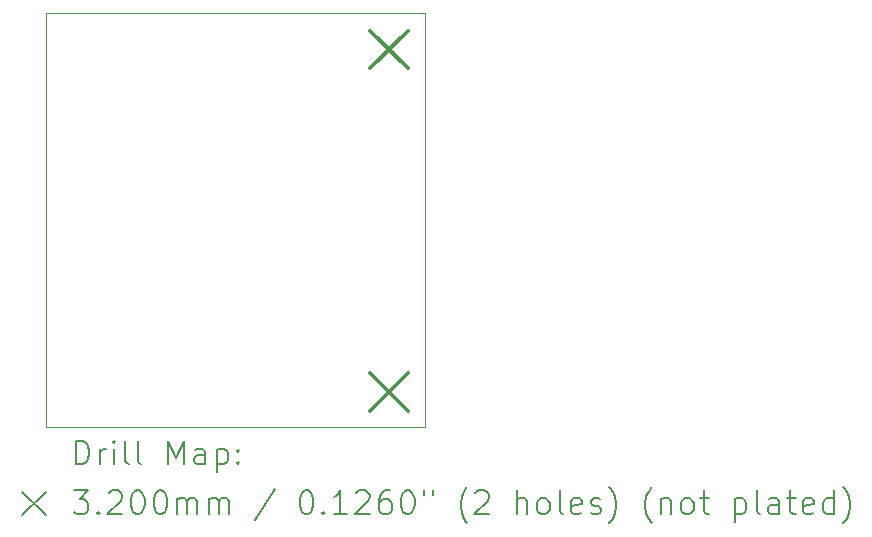
<source format=gbr>
%FSLAX45Y45*%
G04 Gerber Fmt 4.5, Leading zero omitted, Abs format (unit mm)*
G04 Created by KiCad (PCBNEW (6.0.6)) date 2022-08-29 15:05:15*
%MOMM*%
%LPD*%
G01*
G04 APERTURE LIST*
%TA.AperFunction,Profile*%
%ADD10C,0.100000*%
%TD*%
%ADD11C,0.200000*%
%ADD12C,0.320000*%
G04 APERTURE END LIST*
D10*
X5245100Y-3274060D02*
X8453120Y-3274060D01*
X8453120Y-3274060D02*
X8453120Y-6776720D01*
X8453120Y-6776720D02*
X5245100Y-6776720D01*
X5245100Y-6776720D02*
X5245100Y-3274060D01*
D11*
D12*
X7990860Y-3418860D02*
X8310860Y-3738860D01*
X8310860Y-3418860D02*
X7990860Y-3738860D01*
X7990860Y-6317000D02*
X8310860Y-6637000D01*
X8310860Y-6317000D02*
X7990860Y-6637000D01*
D11*
X5497719Y-7092196D02*
X5497719Y-6892196D01*
X5545338Y-6892196D01*
X5573910Y-6901720D01*
X5592957Y-6920768D01*
X5602481Y-6939815D01*
X5612005Y-6977910D01*
X5612005Y-7006482D01*
X5602481Y-7044577D01*
X5592957Y-7063625D01*
X5573910Y-7082672D01*
X5545338Y-7092196D01*
X5497719Y-7092196D01*
X5697719Y-7092196D02*
X5697719Y-6958863D01*
X5697719Y-6996958D02*
X5707243Y-6977910D01*
X5716767Y-6968387D01*
X5735814Y-6958863D01*
X5754862Y-6958863D01*
X5821528Y-7092196D02*
X5821528Y-6958863D01*
X5821528Y-6892196D02*
X5812005Y-6901720D01*
X5821528Y-6911244D01*
X5831052Y-6901720D01*
X5821528Y-6892196D01*
X5821528Y-6911244D01*
X5945338Y-7092196D02*
X5926290Y-7082672D01*
X5916767Y-7063625D01*
X5916767Y-6892196D01*
X6050100Y-7092196D02*
X6031052Y-7082672D01*
X6021528Y-7063625D01*
X6021528Y-6892196D01*
X6278671Y-7092196D02*
X6278671Y-6892196D01*
X6345338Y-7035053D01*
X6412005Y-6892196D01*
X6412005Y-7092196D01*
X6592957Y-7092196D02*
X6592957Y-6987434D01*
X6583433Y-6968387D01*
X6564386Y-6958863D01*
X6526290Y-6958863D01*
X6507243Y-6968387D01*
X6592957Y-7082672D02*
X6573909Y-7092196D01*
X6526290Y-7092196D01*
X6507243Y-7082672D01*
X6497719Y-7063625D01*
X6497719Y-7044577D01*
X6507243Y-7025529D01*
X6526290Y-7016006D01*
X6573909Y-7016006D01*
X6592957Y-7006482D01*
X6688195Y-6958863D02*
X6688195Y-7158863D01*
X6688195Y-6968387D02*
X6707243Y-6958863D01*
X6745338Y-6958863D01*
X6764386Y-6968387D01*
X6773909Y-6977910D01*
X6783433Y-6996958D01*
X6783433Y-7054101D01*
X6773909Y-7073148D01*
X6764386Y-7082672D01*
X6745338Y-7092196D01*
X6707243Y-7092196D01*
X6688195Y-7082672D01*
X6869148Y-7073148D02*
X6878671Y-7082672D01*
X6869148Y-7092196D01*
X6859624Y-7082672D01*
X6869148Y-7073148D01*
X6869148Y-7092196D01*
X6869148Y-6968387D02*
X6878671Y-6977910D01*
X6869148Y-6987434D01*
X6859624Y-6977910D01*
X6869148Y-6968387D01*
X6869148Y-6987434D01*
X5040100Y-7321720D02*
X5240100Y-7521720D01*
X5240100Y-7321720D02*
X5040100Y-7521720D01*
X5478671Y-7312196D02*
X5602481Y-7312196D01*
X5535814Y-7388387D01*
X5564386Y-7388387D01*
X5583433Y-7397910D01*
X5592957Y-7407434D01*
X5602481Y-7426482D01*
X5602481Y-7474101D01*
X5592957Y-7493148D01*
X5583433Y-7502672D01*
X5564386Y-7512196D01*
X5507243Y-7512196D01*
X5488195Y-7502672D01*
X5478671Y-7493148D01*
X5688195Y-7493148D02*
X5697719Y-7502672D01*
X5688195Y-7512196D01*
X5678671Y-7502672D01*
X5688195Y-7493148D01*
X5688195Y-7512196D01*
X5773909Y-7331244D02*
X5783433Y-7321720D01*
X5802481Y-7312196D01*
X5850100Y-7312196D01*
X5869148Y-7321720D01*
X5878671Y-7331244D01*
X5888195Y-7350291D01*
X5888195Y-7369339D01*
X5878671Y-7397910D01*
X5764386Y-7512196D01*
X5888195Y-7512196D01*
X6012005Y-7312196D02*
X6031052Y-7312196D01*
X6050100Y-7321720D01*
X6059624Y-7331244D01*
X6069148Y-7350291D01*
X6078671Y-7388387D01*
X6078671Y-7436006D01*
X6069148Y-7474101D01*
X6059624Y-7493148D01*
X6050100Y-7502672D01*
X6031052Y-7512196D01*
X6012005Y-7512196D01*
X5992957Y-7502672D01*
X5983433Y-7493148D01*
X5973909Y-7474101D01*
X5964386Y-7436006D01*
X5964386Y-7388387D01*
X5973909Y-7350291D01*
X5983433Y-7331244D01*
X5992957Y-7321720D01*
X6012005Y-7312196D01*
X6202481Y-7312196D02*
X6221528Y-7312196D01*
X6240576Y-7321720D01*
X6250100Y-7331244D01*
X6259624Y-7350291D01*
X6269148Y-7388387D01*
X6269148Y-7436006D01*
X6259624Y-7474101D01*
X6250100Y-7493148D01*
X6240576Y-7502672D01*
X6221528Y-7512196D01*
X6202481Y-7512196D01*
X6183433Y-7502672D01*
X6173909Y-7493148D01*
X6164386Y-7474101D01*
X6154862Y-7436006D01*
X6154862Y-7388387D01*
X6164386Y-7350291D01*
X6173909Y-7331244D01*
X6183433Y-7321720D01*
X6202481Y-7312196D01*
X6354862Y-7512196D02*
X6354862Y-7378863D01*
X6354862Y-7397910D02*
X6364386Y-7388387D01*
X6383433Y-7378863D01*
X6412005Y-7378863D01*
X6431052Y-7388387D01*
X6440576Y-7407434D01*
X6440576Y-7512196D01*
X6440576Y-7407434D02*
X6450100Y-7388387D01*
X6469148Y-7378863D01*
X6497719Y-7378863D01*
X6516767Y-7388387D01*
X6526290Y-7407434D01*
X6526290Y-7512196D01*
X6621528Y-7512196D02*
X6621528Y-7378863D01*
X6621528Y-7397910D02*
X6631052Y-7388387D01*
X6650100Y-7378863D01*
X6678671Y-7378863D01*
X6697719Y-7388387D01*
X6707243Y-7407434D01*
X6707243Y-7512196D01*
X6707243Y-7407434D02*
X6716767Y-7388387D01*
X6735814Y-7378863D01*
X6764386Y-7378863D01*
X6783433Y-7388387D01*
X6792957Y-7407434D01*
X6792957Y-7512196D01*
X7183433Y-7302672D02*
X7012005Y-7559815D01*
X7440576Y-7312196D02*
X7459624Y-7312196D01*
X7478671Y-7321720D01*
X7488195Y-7331244D01*
X7497719Y-7350291D01*
X7507243Y-7388387D01*
X7507243Y-7436006D01*
X7497719Y-7474101D01*
X7488195Y-7493148D01*
X7478671Y-7502672D01*
X7459624Y-7512196D01*
X7440576Y-7512196D01*
X7421528Y-7502672D01*
X7412005Y-7493148D01*
X7402481Y-7474101D01*
X7392957Y-7436006D01*
X7392957Y-7388387D01*
X7402481Y-7350291D01*
X7412005Y-7331244D01*
X7421528Y-7321720D01*
X7440576Y-7312196D01*
X7592957Y-7493148D02*
X7602481Y-7502672D01*
X7592957Y-7512196D01*
X7583433Y-7502672D01*
X7592957Y-7493148D01*
X7592957Y-7512196D01*
X7792957Y-7512196D02*
X7678671Y-7512196D01*
X7735814Y-7512196D02*
X7735814Y-7312196D01*
X7716767Y-7340768D01*
X7697719Y-7359815D01*
X7678671Y-7369339D01*
X7869148Y-7331244D02*
X7878671Y-7321720D01*
X7897719Y-7312196D01*
X7945338Y-7312196D01*
X7964386Y-7321720D01*
X7973909Y-7331244D01*
X7983433Y-7350291D01*
X7983433Y-7369339D01*
X7973909Y-7397910D01*
X7859624Y-7512196D01*
X7983433Y-7512196D01*
X8154862Y-7312196D02*
X8116767Y-7312196D01*
X8097719Y-7321720D01*
X8088195Y-7331244D01*
X8069148Y-7359815D01*
X8059624Y-7397910D01*
X8059624Y-7474101D01*
X8069148Y-7493148D01*
X8078671Y-7502672D01*
X8097719Y-7512196D01*
X8135814Y-7512196D01*
X8154862Y-7502672D01*
X8164386Y-7493148D01*
X8173909Y-7474101D01*
X8173909Y-7426482D01*
X8164386Y-7407434D01*
X8154862Y-7397910D01*
X8135814Y-7388387D01*
X8097719Y-7388387D01*
X8078671Y-7397910D01*
X8069148Y-7407434D01*
X8059624Y-7426482D01*
X8297719Y-7312196D02*
X8316767Y-7312196D01*
X8335814Y-7321720D01*
X8345338Y-7331244D01*
X8354862Y-7350291D01*
X8364386Y-7388387D01*
X8364386Y-7436006D01*
X8354862Y-7474101D01*
X8345338Y-7493148D01*
X8335814Y-7502672D01*
X8316767Y-7512196D01*
X8297719Y-7512196D01*
X8278671Y-7502672D01*
X8269148Y-7493148D01*
X8259624Y-7474101D01*
X8250100Y-7436006D01*
X8250100Y-7388387D01*
X8259624Y-7350291D01*
X8269148Y-7331244D01*
X8278671Y-7321720D01*
X8297719Y-7312196D01*
X8440576Y-7312196D02*
X8440576Y-7350291D01*
X8516767Y-7312196D02*
X8516767Y-7350291D01*
X8812005Y-7588387D02*
X8802481Y-7578863D01*
X8783433Y-7550291D01*
X8773910Y-7531244D01*
X8764386Y-7502672D01*
X8754862Y-7455053D01*
X8754862Y-7416958D01*
X8764386Y-7369339D01*
X8773910Y-7340768D01*
X8783433Y-7321720D01*
X8802481Y-7293148D01*
X8812005Y-7283625D01*
X8878671Y-7331244D02*
X8888195Y-7321720D01*
X8907243Y-7312196D01*
X8954862Y-7312196D01*
X8973910Y-7321720D01*
X8983433Y-7331244D01*
X8992957Y-7350291D01*
X8992957Y-7369339D01*
X8983433Y-7397910D01*
X8869148Y-7512196D01*
X8992957Y-7512196D01*
X9231052Y-7512196D02*
X9231052Y-7312196D01*
X9316767Y-7512196D02*
X9316767Y-7407434D01*
X9307243Y-7388387D01*
X9288195Y-7378863D01*
X9259624Y-7378863D01*
X9240576Y-7388387D01*
X9231052Y-7397910D01*
X9440576Y-7512196D02*
X9421529Y-7502672D01*
X9412005Y-7493148D01*
X9402481Y-7474101D01*
X9402481Y-7416958D01*
X9412005Y-7397910D01*
X9421529Y-7388387D01*
X9440576Y-7378863D01*
X9469148Y-7378863D01*
X9488195Y-7388387D01*
X9497719Y-7397910D01*
X9507243Y-7416958D01*
X9507243Y-7474101D01*
X9497719Y-7493148D01*
X9488195Y-7502672D01*
X9469148Y-7512196D01*
X9440576Y-7512196D01*
X9621529Y-7512196D02*
X9602481Y-7502672D01*
X9592957Y-7483625D01*
X9592957Y-7312196D01*
X9773910Y-7502672D02*
X9754862Y-7512196D01*
X9716767Y-7512196D01*
X9697719Y-7502672D01*
X9688195Y-7483625D01*
X9688195Y-7407434D01*
X9697719Y-7388387D01*
X9716767Y-7378863D01*
X9754862Y-7378863D01*
X9773910Y-7388387D01*
X9783433Y-7407434D01*
X9783433Y-7426482D01*
X9688195Y-7445529D01*
X9859624Y-7502672D02*
X9878671Y-7512196D01*
X9916767Y-7512196D01*
X9935814Y-7502672D01*
X9945338Y-7483625D01*
X9945338Y-7474101D01*
X9935814Y-7455053D01*
X9916767Y-7445529D01*
X9888195Y-7445529D01*
X9869148Y-7436006D01*
X9859624Y-7416958D01*
X9859624Y-7407434D01*
X9869148Y-7388387D01*
X9888195Y-7378863D01*
X9916767Y-7378863D01*
X9935814Y-7388387D01*
X10012005Y-7588387D02*
X10021529Y-7578863D01*
X10040576Y-7550291D01*
X10050100Y-7531244D01*
X10059624Y-7502672D01*
X10069148Y-7455053D01*
X10069148Y-7416958D01*
X10059624Y-7369339D01*
X10050100Y-7340768D01*
X10040576Y-7321720D01*
X10021529Y-7293148D01*
X10012005Y-7283625D01*
X10373910Y-7588387D02*
X10364386Y-7578863D01*
X10345338Y-7550291D01*
X10335814Y-7531244D01*
X10326290Y-7502672D01*
X10316767Y-7455053D01*
X10316767Y-7416958D01*
X10326290Y-7369339D01*
X10335814Y-7340768D01*
X10345338Y-7321720D01*
X10364386Y-7293148D01*
X10373910Y-7283625D01*
X10450100Y-7378863D02*
X10450100Y-7512196D01*
X10450100Y-7397910D02*
X10459624Y-7388387D01*
X10478671Y-7378863D01*
X10507243Y-7378863D01*
X10526290Y-7388387D01*
X10535814Y-7407434D01*
X10535814Y-7512196D01*
X10659624Y-7512196D02*
X10640576Y-7502672D01*
X10631052Y-7493148D01*
X10621529Y-7474101D01*
X10621529Y-7416958D01*
X10631052Y-7397910D01*
X10640576Y-7388387D01*
X10659624Y-7378863D01*
X10688195Y-7378863D01*
X10707243Y-7388387D01*
X10716767Y-7397910D01*
X10726290Y-7416958D01*
X10726290Y-7474101D01*
X10716767Y-7493148D01*
X10707243Y-7502672D01*
X10688195Y-7512196D01*
X10659624Y-7512196D01*
X10783433Y-7378863D02*
X10859624Y-7378863D01*
X10812005Y-7312196D02*
X10812005Y-7483625D01*
X10821529Y-7502672D01*
X10840576Y-7512196D01*
X10859624Y-7512196D01*
X11078671Y-7378863D02*
X11078671Y-7578863D01*
X11078671Y-7388387D02*
X11097719Y-7378863D01*
X11135814Y-7378863D01*
X11154862Y-7388387D01*
X11164386Y-7397910D01*
X11173910Y-7416958D01*
X11173910Y-7474101D01*
X11164386Y-7493148D01*
X11154862Y-7502672D01*
X11135814Y-7512196D01*
X11097719Y-7512196D01*
X11078671Y-7502672D01*
X11288195Y-7512196D02*
X11269148Y-7502672D01*
X11259624Y-7483625D01*
X11259624Y-7312196D01*
X11450100Y-7512196D02*
X11450100Y-7407434D01*
X11440576Y-7388387D01*
X11421528Y-7378863D01*
X11383433Y-7378863D01*
X11364386Y-7388387D01*
X11450100Y-7502672D02*
X11431052Y-7512196D01*
X11383433Y-7512196D01*
X11364386Y-7502672D01*
X11354862Y-7483625D01*
X11354862Y-7464577D01*
X11364386Y-7445529D01*
X11383433Y-7436006D01*
X11431052Y-7436006D01*
X11450100Y-7426482D01*
X11516767Y-7378863D02*
X11592957Y-7378863D01*
X11545338Y-7312196D02*
X11545338Y-7483625D01*
X11554862Y-7502672D01*
X11573909Y-7512196D01*
X11592957Y-7512196D01*
X11735814Y-7502672D02*
X11716767Y-7512196D01*
X11678671Y-7512196D01*
X11659624Y-7502672D01*
X11650100Y-7483625D01*
X11650100Y-7407434D01*
X11659624Y-7388387D01*
X11678671Y-7378863D01*
X11716767Y-7378863D01*
X11735814Y-7388387D01*
X11745338Y-7407434D01*
X11745338Y-7426482D01*
X11650100Y-7445529D01*
X11916767Y-7512196D02*
X11916767Y-7312196D01*
X11916767Y-7502672D02*
X11897719Y-7512196D01*
X11859624Y-7512196D01*
X11840576Y-7502672D01*
X11831052Y-7493148D01*
X11821528Y-7474101D01*
X11821528Y-7416958D01*
X11831052Y-7397910D01*
X11840576Y-7388387D01*
X11859624Y-7378863D01*
X11897719Y-7378863D01*
X11916767Y-7388387D01*
X11992957Y-7588387D02*
X12002481Y-7578863D01*
X12021528Y-7550291D01*
X12031052Y-7531244D01*
X12040576Y-7502672D01*
X12050100Y-7455053D01*
X12050100Y-7416958D01*
X12040576Y-7369339D01*
X12031052Y-7340768D01*
X12021528Y-7321720D01*
X12002481Y-7293148D01*
X11992957Y-7283625D01*
M02*

</source>
